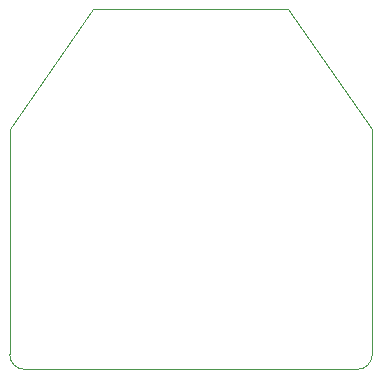
<source format=gm1>
G04 #@! TF.GenerationSoftware,KiCad,Pcbnew,(6.0.7)*
G04 #@! TF.CreationDate,2022-10-10T17:08:23+03:00*
G04 #@! TF.ProjectId,DiLight_2.0,44694c69-6768-4745-9f32-2e302e6b6963,rev?*
G04 #@! TF.SameCoordinates,Original*
G04 #@! TF.FileFunction,Profile,NP*
%FSLAX46Y46*%
G04 Gerber Fmt 4.6, Leading zero omitted, Abs format (unit mm)*
G04 Created by KiCad (PCBNEW (6.0.7)) date 2022-10-10 17:08:23*
%MOMM*%
%LPD*%
G01*
G04 APERTURE LIST*
G04 #@! TA.AperFunction,Profile*
%ADD10C,0.100000*%
G04 #@! TD*
G04 APERTURE END LIST*
D10*
X20220000Y-45720000D02*
G75*
G03*
X21490000Y-46990000I1270000J0D01*
G01*
X21490000Y-46990000D02*
X49650000Y-46990000D01*
X43815000Y-16510000D02*
X50920000Y-26670000D01*
X20220000Y-26670000D02*
X27305000Y-16510000D01*
X49650000Y-46990000D02*
G75*
G03*
X50920000Y-45720000I0J1270000D01*
G01*
X27305000Y-16510000D02*
X43815000Y-16510000D01*
X50920000Y-45720000D02*
X50920000Y-26670000D01*
X20220000Y-45720000D02*
X20220000Y-26670000D01*
M02*

</source>
